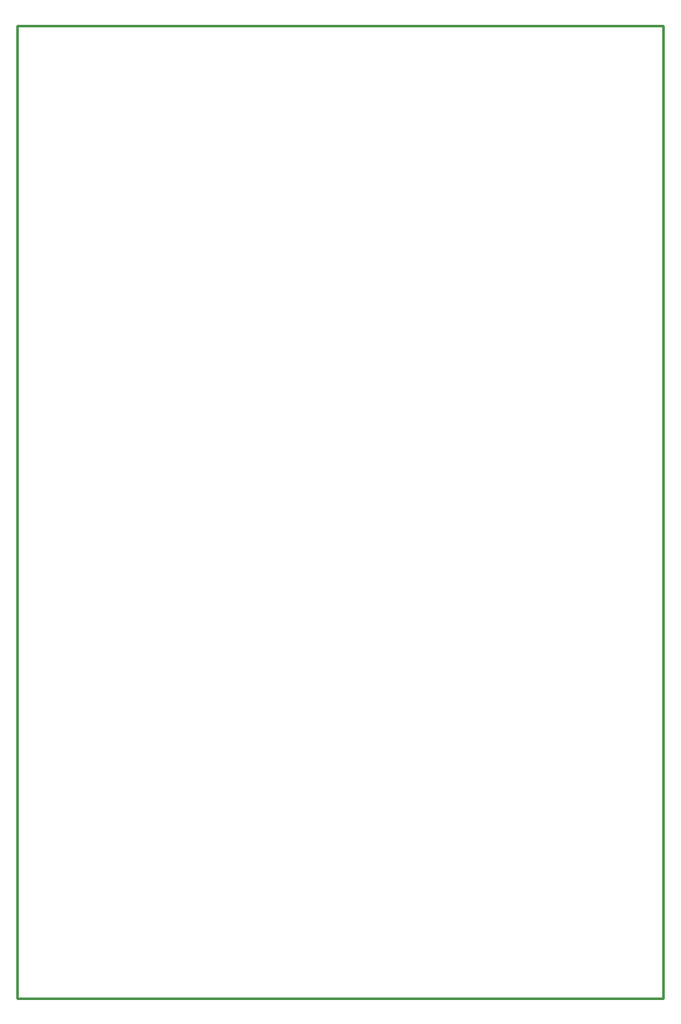
<source format=gm1>
G04*
G04 #@! TF.GenerationSoftware,Altium Limited,Altium Designer,21.3.2 (30)*
G04*
G04 Layer_Color=16711935*
%FSLAX25Y25*%
%MOIN*%
G70*
G04*
G04 #@! TF.SameCoordinates,2023AB48-87E7-4F87-960C-B21D90223C06*
G04*
G04*
G04 #@! TF.FilePolarity,Positive*
G04*
G01*
G75*
%ADD12C,0.01000*%
D12*
X0Y379000D02*
X252000D01*
Y0D02*
Y379000D01*
X0Y0D02*
X252000D01*
X0D02*
Y379000D01*
M02*

</source>
